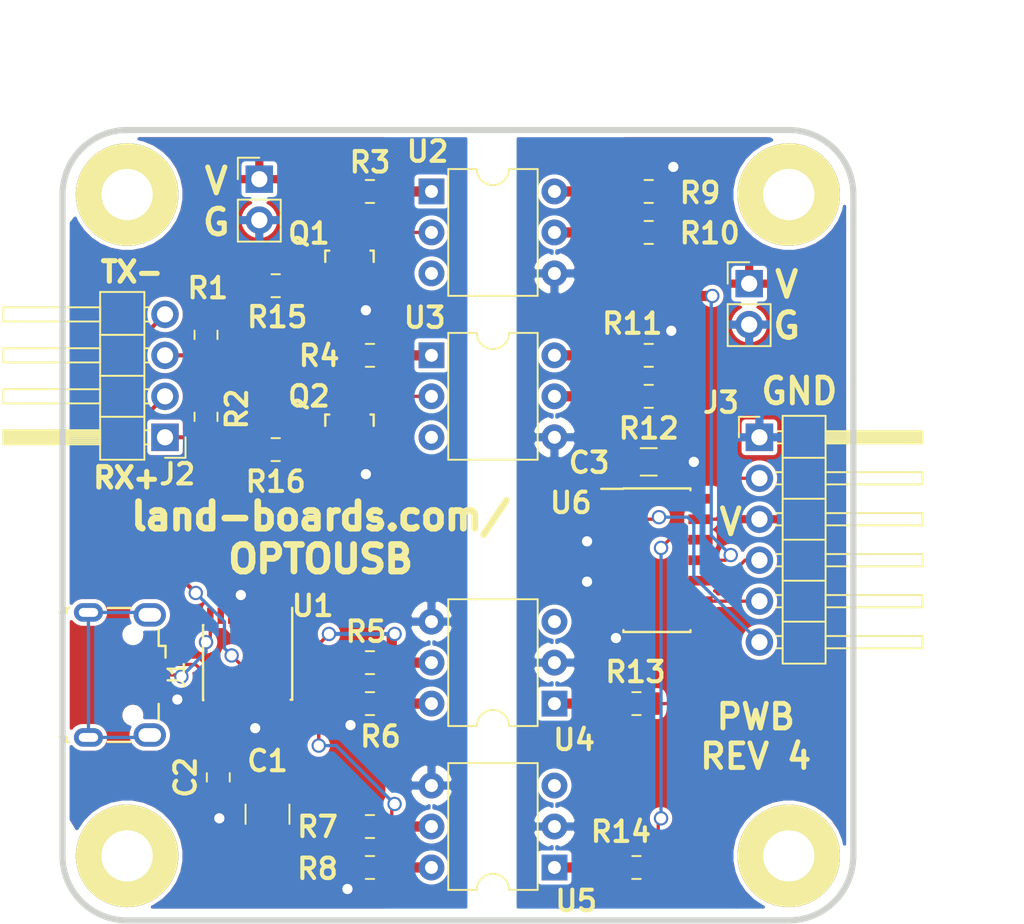
<source format=kicad_pcb>
(kicad_pcb (version 20171130) (host pcbnew "(5.1.5)-3")
  (layers (0 Front signal) (31 Back signal) (36 B.SilkS user) (37 F.SilkS user) (38 B.Mask user) (39 F.Mask user) (44 Edge.Cuts user))
  (net 0 "")
  (net 1 "Net-(R11-Pad2)")
  (net 2 /UVCC)
  (net 3 /UGND)
  (net 4 /+3.3V)
  (net 5 /DM)
  (net 6 /DP)
  (net 7 /PUP0)
  (net 8 /TXLED*)
  (net 9 /PUP1)
  (net 10 /RXLED*)
  (net 11 /UTX)
  (net 12 /URTS)
  (net 13 /LRX)
  (net 14 /URX)
  (net 15 /LTX)
  (net 16 "Net-(R8-Pad2)")
  (net 17 /LCTS)
  (net 18 /UCTS)
  (net 19 /LRTS)
  (net 20 GND)
  (net 21 /FCTS)
  (net 22 /FTX)
  (net 23 /FRX)
  (net 24 /FRTS)
  (net 25 VCC)
  (net 26 "Net-(R3-Pad2)")
  (net 27 "Net-(R4-Pad2)")
  (net 28 "Net-(R6-Pad2)")
  (net 29 "Net-(R9-Pad2)")
  (net 30 "Net-(R13-Pad1)")
  (net 31 "Net-(R14-Pad1)")
  (net 32 "Net-(Q1-Pad1)")
  (net 33 "Net-(Q1-Pad3)")
  (net 34 "Net-(Q2-Pad1)")
  (net 35 "Net-(Q2-Pad3)")
  (net 36 "Net-(J1-Pad6)")
  (module Connector_USB:USB_Micro-B_Wuerth_629105150521 (layer Front) (at 3.556 33.782 270)
    (fp_text reference J1 (at 0 -3.5 90) (layer F.SilkS))
    (fp_text value USB_B_Micro)
    (pad 1 smd rect (at -1.3 -1.9 270) (size 0.45 1.3) (layers Front F.Paste F.Mask) (net 2 /UVCC))
    (pad 2 smd rect (at -0.65 -1.9 270) (size 0.45 1.3) (layers Front F.Paste F.Mask) (net 5 /DM))
    (pad 3 smd rect (at 0 -1.9 270) (size 0.45 1.3) (layers Front F.Paste F.Mask) (net 6 /DP))
    (pad 4 smd rect (at 0.65 -1.9 270) (size 0.45 1.3) (layers Front F.Paste F.Mask))
    (pad 5 smd rect (at 1.3 -1.9 270) (size 0.45 1.3) (layers Front F.Paste F.Mask) (net 3 /UGND))
    (pad 6 thru_hole oval (at -3.725 -1.85 270) (size 1.45 2) (drill oval 0.85 1.4) (layers *.Cu *.Mask) (net 36 "Net-(J1-Pad6)"))
    (pad 6 thru_hole oval (at 3.725 -1.85 270) (size 1.45 2) (drill oval 0.85 1.4) (layers *.Cu *.Mask) (net 36 "Net-(J1-Pad6)"))
    (pad 6 thru_hole oval (at -3.875 1.95 270) (size 1.15 1.8) (drill oval 0.55 1.2) (layers *.Cu *.Mask) (net 36 "Net-(J1-Pad6)"))
    (pad 6 thru_hole oval (at 3.875 1.95 270) (size 1.15 1.8) (drill oval 0.55 1.2) (layers *.Cu *.Mask) (net 36 "Net-(J1-Pad6)"))
    (pad "" np_thru_hole oval (at -2.5 -0.8 270) (size 0.8 0.8) (drill 0.8) (layers *.Cu *.Mask))
    (pad "" np_thru_hole oval (at 2.5 -0.8 270) (size 0.8 0.8) (drill 0.8) (layers *.Cu *.Mask))
  )
  (module Capacitor_SMD:C_0805_2012Metric_Pad1.15x1.40mm_HandSolder (layer Front) (at 9.652 40.132 270)
    (fp_text reference C2 (at 0 2.032 90) (layer F.SilkS) (effects (font (size 1.27 1.27) (thickness 0.254))))
    (fp_text value 1uF)
    (pad 1 smd roundrect (at -1.025 0 270) (size 1.15 1.4) (layers Front F.Paste F.Mask) (roundrect_rratio 0.217391) (net 4 /+3.3V))
    (pad 2 smd roundrect (at 1.025 0 270) (size 1.15 1.4) (layers Front F.Paste F.Mask) (roundrect_rratio 0.217391) (net 3 /UGND))
  )
  (module Capacitor_SMD:C_1210_3225Metric_Pad1.42x2.65mm_HandSolder (layer Front) (at 12.7 42.418 90)
    (fp_text reference C1 (at 3.302 0 180) (layer F.SilkS) (effects (font (size 1.27 1.27) (thickness 0.254))))
    (fp_text value 10uF)
    (pad 1 smd roundrect (at -1.4875 0 90) (size 1.425 2.65) (layers Front F.Paste F.Mask) (roundrect_rratio 0.175439) (net 2 /UVCC))
    (pad 2 smd roundrect (at 1.4875 0 90) (size 1.425 2.65) (layers Front F.Paste F.Mask) (roundrect_rratio 0.175439) (net 3 /UGND))
  )
  (module LandBoards_MountHoles:MTG-4-40 (layer Front) (at 4 4)
    (fp_text reference MTG1 hide)
    (fp_text value CONN_1 hide)
    (pad 1 thru_hole circle (at 0 0) (size 6.35 6.35) (drill 3.175) (layers *.Cu *.Mask F.SilkS))
  )
  (module LandBoards_MountHoles:MTG-4-40 (layer Front) (at 4 45)
    (fp_text reference MTG2 hide)
    (fp_text value CONN_1 hide)
    (pad 1 thru_hole circle (at 0 0) (size 6.35 6.35) (drill 3.175) (layers *.Cu *.Mask F.SilkS))
  )
  (module LandBoards_MountHoles:MTG-4-40 (layer Front) (at 45 4)
    (fp_text reference MTG3 hide)
    (fp_text value CONN_1 hide)
    (pad 1 thru_hole circle (at 0 0) (size 6.35 6.35) (drill 3.175) (layers *.Cu *.Mask F.SilkS))
  )
  (module LandBoards_MountHoles:MTG-4-40 (layer Front) (at 45 45)
    (fp_text reference MTG4 hide)
    (fp_text value CONN_1 hide)
    (pad 1 thru_hole circle (at 0 0) (size 6.35 6.35) (drill 3.175) (layers *.Cu *.Mask F.SilkS))
  )
  (module Connector_PinHeader_2.54mm:PinHeader_1x06_P2.54mm_Horizontal (layer Front) (at 43.18 19.05)
    (fp_text reference J3 (at -2.38 -2.15) (layer F.SilkS) (effects (font (size 1.27 1.27) (thickness 0.254))))
    (fp_text value "HDR, Rt Ang, 1x6")
    (pad 1 thru_hole rect (at 0 0) (size 1.7 1.7) (drill 1) (layers *.Cu *.Mask) (net 20 GND))
    (pad 2 thru_hole oval (at 0 2.54) (size 1.7 1.7) (drill 1) (layers *.Cu *.Mask) (net 21 /FCTS))
    (pad 3 thru_hole oval (at 0 5.08) (size 1.7 1.7) (drill 1) (layers *.Cu *.Mask) (net 25 VCC))
    (pad 4 thru_hole oval (at 0 7.62) (size 1.7 1.7) (drill 1) (layers *.Cu *.Mask) (net 22 /FTX))
    (pad 5 thru_hole oval (at 0 10.16) (size 1.7 1.7) (drill 1) (layers *.Cu *.Mask) (net 23 /FRX))
    (pad 6 thru_hole oval (at 0 12.7) (size 1.7 1.7) (drill 1) (layers *.Cu *.Mask) (net 24 /FRTS))
  )
  (module Resistor_SMD:R_0805_2012Metric_Pad1.15x1.40mm_HandSolder (layer Front) (at 36.322 3.81 180)
    (fp_text reference R9 (at -3.178 -0.09 180) (layer F.SilkS) (effects (font (size 1.27 1.27) (thickness 0.254))))
    (fp_text value 15K_20K)
    (pad 2 smd roundrect (at 1.025 0 180) (size 1.15 1.4) (layers Front F.Paste F.Mask) (roundrect_rratio 0.217391) (net 29 "Net-(R9-Pad2)"))
    (pad 1 smd roundrect (at -1.025 0 180) (size 1.15 1.4) (layers Front F.Paste F.Mask) (roundrect_rratio 0.217391) (net 20 GND))
  )
  (module Resistor_SMD:R_0805_2012Metric_Pad1.15x1.40mm_HandSolder (layer Front) (at 13.208 9.652 180)
    (fp_text reference R15 (at -0.092 -1.948 180) (layer F.SilkS) (effects (font (size 1.27 1.27) (thickness 0.254))))
    (fp_text value 10K)
    (pad 1 smd roundrect (at -1.025 0 180) (size 1.15 1.4) (layers Front F.Paste F.Mask) (roundrect_rratio 0.217391) (net 32 "Net-(Q1-Pad1)"))
    (pad 2 smd roundrect (at 1.025 0 180) (size 1.15 1.4) (layers Front F.Paste F.Mask) (roundrect_rratio 0.217391) (net 11 /UTX))
  )
  (module Resistor_SMD:R_0805_2012Metric_Pad1.15x1.40mm_HandSolder (layer Front) (at 35.56 45.72)
    (fp_text reference R14 (at -0.96 -2.22) (layer F.SilkS) (effects (font (size 1.27 1.27) (thickness 0.254))))
    (fp_text value 82_150)
    (pad 2 smd roundrect (at 1.025 0) (size 1.15 1.4) (layers Front F.Paste F.Mask) (roundrect_rratio 0.217391) (net 17 /LCTS))
    (pad 1 smd roundrect (at -1.025 0) (size 1.15 1.4) (layers Front F.Paste F.Mask) (roundrect_rratio 0.217391) (net 31 "Net-(R14-Pad1)"))
  )
  (module Resistor_SMD:R_0805_2012Metric_Pad1.15x1.40mm_HandSolder (layer Front) (at 35.56 35.56)
    (fp_text reference R13 (at -0.06 -1.96) (layer F.SilkS) (effects (font (size 1.27 1.27) (thickness 0.254))))
    (fp_text value 82_150)
    (pad 1 smd roundrect (at -1.025 0) (size 1.15 1.4) (layers Front F.Paste F.Mask) (roundrect_rratio 0.217391) (net 30 "Net-(R13-Pad1)"))
    (pad 2 smd roundrect (at 1.025 0) (size 1.15 1.4) (layers Front F.Paste F.Mask) (roundrect_rratio 0.217391) (net 13 /LRX))
  )
  (module Resistor_SMD:R_0805_2012Metric_Pad1.15x1.40mm_HandSolder (layer Front) (at 36.322 16.51 180)
    (fp_text reference R12 (at 0 -1.99 180) (layer F.SilkS) (effects (font (size 1.27 1.27) (thickness 0.254))))
    (fp_text value 820_1.2K)
    (pad 2 smd roundrect (at 1.025 0 180) (size 1.15 1.4) (layers Front F.Paste F.Mask) (roundrect_rratio 0.217391) (net 19 /LRTS))
    (pad 1 smd roundrect (at -1.025 0 180) (size 1.15 1.4) (layers Front F.Paste F.Mask) (roundrect_rratio 0.217391) (net 25 VCC))
  )
  (module Resistor_SMD:R_0805_2012Metric_Pad1.15x1.40mm_HandSolder (layer Front) (at 36.322 13.97 180)
    (fp_text reference R11 (at 1.022 1.97 180) (layer F.SilkS) (effects (font (size 1.27 1.27) (thickness 0.254))))
    (fp_text value 15k_20K)
    (pad 1 smd roundrect (at -1.025 0 180) (size 1.15 1.4) (layers Front F.Paste F.Mask) (roundrect_rratio 0.217391) (net 20 GND))
    (pad 2 smd roundrect (at 1.025 0 180) (size 1.15 1.4) (layers Front F.Paste F.Mask) (roundrect_rratio 0.217391) (net 1 "Net-(R11-Pad2)"))
  )
  (module Resistor_SMD:R_0805_2012Metric_Pad1.15x1.40mm_HandSolder (layer Front) (at 8.89 12.7 270)
    (fp_text reference R1 (at -2.9 -0.11) (layer F.SilkS) (effects (font (size 1.27 1.27) (thickness 0.254))))
    (fp_text value 270)
    (pad 2 smd roundrect (at 1.025 0 270) (size 1.15 1.4) (layers Front F.Paste F.Mask) (roundrect_rratio 0.217391) (net 9 /PUP1))
    (pad 1 smd roundrect (at -1.025 0 270) (size 1.15 1.4) (layers Front F.Paste F.Mask) (roundrect_rratio 0.217391) (net 2 /UVCC))
  )
  (module Resistor_SMD:R_0805_2012Metric_Pad1.15x1.40mm_HandSolder (layer Front) (at 8.89 17.78 270)
    (fp_text reference R2 (at -0.48 -1.91 270) (layer F.SilkS) (effects (font (size 1.27 1.27) (thickness 0.254))))
    (fp_text value 270)
    (pad 1 smd roundrect (at -1.025 0 270) (size 1.15 1.4) (layers Front F.Paste F.Mask) (roundrect_rratio 0.217391) (net 2 /UVCC))
    (pad 2 smd roundrect (at 1.025 0 270) (size 1.15 1.4) (layers Front F.Paste F.Mask) (roundrect_rratio 0.217391) (net 7 /PUP0))
  )
  (module Resistor_SMD:R_0805_2012Metric_Pad1.15x1.40mm_HandSolder (layer Front) (at 19.05 3.81)
    (fp_text reference R3 (at 0 -1.81) (layer F.SilkS) (effects (font (size 1.27 1.27) (thickness 0.254))))
    (fp_text value 150)
    (pad 2 smd roundrect (at 1.025 0) (size 1.15 1.4) (layers Front F.Paste F.Mask) (roundrect_rratio 0.217391) (net 26 "Net-(R3-Pad2)"))
    (pad 1 smd roundrect (at -1.025 0) (size 1.15 1.4) (layers Front F.Paste F.Mask) (roundrect_rratio 0.217391) (net 2 /UVCC))
  )
  (module Resistor_SMD:R_0805_2012Metric_Pad1.15x1.40mm_HandSolder (layer Front) (at 19.05 13.97)
    (fp_text reference R4 (at -3.15 0.03) (layer F.SilkS) (effects (font (size 1.27 1.27) (thickness 0.254))))
    (fp_text value 150)
    (pad 1 smd roundrect (at -1.025 0) (size 1.15 1.4) (layers Front F.Paste F.Mask) (roundrect_rratio 0.217391) (net 2 /UVCC))
    (pad 2 smd roundrect (at 1.025 0) (size 1.15 1.4) (layers Front F.Paste F.Mask) (roundrect_rratio 0.217391) (net 27 "Net-(R4-Pad2)"))
  )
  (module Resistor_SMD:R_0805_2012Metric_Pad1.15x1.40mm_HandSolder (layer Front) (at 19.05 33.02)
    (fp_text reference R5 (at -0.25 -1.92) (layer F.SilkS) (effects (font (size 1.27 1.27) (thickness 0.254))))
    (fp_text value 1.2K)
    (pad 2 smd roundrect (at 1.025 0) (size 1.15 1.4) (layers Front F.Paste F.Mask) (roundrect_rratio 0.217391) (net 14 /URX))
    (pad 1 smd roundrect (at -1.025 0) (size 1.15 1.4) (layers Front F.Paste F.Mask) (roundrect_rratio 0.217391) (net 2 /UVCC))
  )
  (module Resistor_SMD:R_0805_2012Metric_Pad1.15x1.40mm_HandSolder (layer Front) (at 19.05 35.56)
    (fp_text reference R6 (at 0.65 2.04) (layer F.SilkS) (effects (font (size 1.27 1.27) (thickness 0.254))))
    (fp_text value 18K_20K)
    (pad 1 smd roundrect (at -1.025 0) (size 1.15 1.4) (layers Front F.Paste F.Mask) (roundrect_rratio 0.217391) (net 3 /UGND))
    (pad 2 smd roundrect (at 1.025 0) (size 1.15 1.4) (layers Front F.Paste F.Mask) (roundrect_rratio 0.217391) (net 28 "Net-(R6-Pad2)"))
  )
  (module Resistor_SMD:R_0805_2012Metric_Pad1.15x1.40mm_HandSolder (layer Front) (at 19.05 43.18)
    (fp_text reference R7 (at -3.25 0.02) (layer F.SilkS) (effects (font (size 1.27 1.27) (thickness 0.254))))
    (fp_text value 1.2K)
    (pad 2 smd roundrect (at 1.025 0) (size 1.15 1.4) (layers Front F.Paste F.Mask) (roundrect_rratio 0.217391) (net 18 /UCTS))
    (pad 1 smd roundrect (at -1.025 0) (size 1.15 1.4) (layers Front F.Paste F.Mask) (roundrect_rratio 0.217391) (net 2 /UVCC))
  )
  (module Resistor_SMD:R_0805_2012Metric_Pad1.15x1.40mm_HandSolder (layer Front) (at 19.05 45.72)
    (fp_text reference R8 (at -3.25 0.08) (layer F.SilkS) (effects (font (size 1.27 1.27) (thickness 0.254))))
    (fp_text value 18K_20K)
    (pad 1 smd roundrect (at -1.025 0) (size 1.15 1.4) (layers Front F.Paste F.Mask) (roundrect_rratio 0.217391) (net 3 /UGND))
    (pad 2 smd roundrect (at 1.025 0) (size 1.15 1.4) (layers Front F.Paste F.Mask) (roundrect_rratio 0.217391) (net 16 "Net-(R8-Pad2)"))
  )
  (module Resistor_SMD:R_0805_2012Metric_Pad1.15x1.40mm_HandSolder (layer Front) (at 36.322 6.35 180)
    (fp_text reference R10 (at -3.778 -0.05 180) (layer F.SilkS) (effects (font (size 1.27 1.27) (thickness 0.254))))
    (fp_text value 820_1.2K)
    (pad 2 smd roundrect (at 1.025 0 180) (size 1.15 1.4) (layers Front F.Paste F.Mask) (roundrect_rratio 0.217391) (net 15 /LTX))
    (pad 1 smd roundrect (at -1.025 0 180) (size 1.15 1.4) (layers Front F.Paste F.Mask) (roundrect_rratio 0.217391) (net 25 VCC))
  )
  (module Resistor_SMD:R_0805_2012Metric_Pad1.15x1.40mm_HandSolder (layer Front) (at 13.208 19.812 180)
    (fp_text reference R16 (at 0 -1.988 180) (layer F.SilkS) (effects (font (size 1.27 1.27) (thickness 0.254))))
    (fp_text value 10K)
    (pad 1 smd roundrect (at -1.025 0 180) (size 1.15 1.4) (layers Front F.Paste F.Mask) (roundrect_rratio 0.217391) (net 34 "Net-(Q2-Pad1)"))
    (pad 2 smd roundrect (at 1.025 0 180) (size 1.15 1.4) (layers Front F.Paste F.Mask) (roundrect_rratio 0.217391) (net 12 /URTS))
  )
  (module Housings_SOIC:SOIC-14_3.9x8.7mm_Pitch1.27mm (layer Front) (at 36.83 26.67)
    (fp_text reference U6 (at -5.334 -3.556) (layer F.SilkS) (effects (font (size 1.27 1.27) (thickness 0.254))))
    (fp_text value 74AC14 hide)
    (pad 1 smd rect (at -2.7 -3.81) (size 1.5 0.6) (layers Front F.Mask) (net 19 /LRTS))
    (pad 2 smd rect (at -2.7 -2.54) (size 1.5 0.6) (layers Front F.Mask) (net 24 /FRTS))
    (pad 3 smd rect (at -2.7 -1.27) (size 1.5 0.6) (layers Front F.Mask) (net 20 GND))
    (pad 4 smd rect (at -2.7 0) (size 1.5 0.6) (layers Front F.Mask))
    (pad 5 smd rect (at -2.7 1.27) (size 1.5 0.6) (layers Front F.Mask) (net 20 GND))
    (pad 6 smd rect (at -2.7 2.54) (size 1.5 0.6) (layers Front F.Mask))
    (pad 7 smd rect (at -2.7 3.81) (size 1.5 0.6) (layers Front F.Mask) (net 20 GND))
    (pad 8 smd rect (at 2.7 3.81) (size 1.5 0.6) (layers Front F.Mask) (net 13 /LRX))
    (pad 9 smd rect (at 2.7 2.54) (size 1.5 0.6) (layers Front F.Mask) (net 23 /FRX))
    (pad 10 smd rect (at 2.7 1.27) (size 1.5 0.6) (layers Front F.Mask) (net 22 /FTX))
    (pad 11 smd rect (at 2.7 0) (size 1.5 0.6) (layers Front F.Mask) (net 15 /LTX))
    (pad 12 smd rect (at 2.7 -1.27) (size 1.5 0.6) (layers Front F.Mask) (net 17 /LCTS))
    (pad 13 smd rect (at 2.7 -2.54) (size 1.5 0.6) (layers Front F.Mask) (net 21 /FCTS))
    (pad 14 smd rect (at 2.7 -3.81) (size 1.5 0.6) (layers Front F.Mask) (net 25 VCC))
  )
  (module Pin_Headers:Pin_Header_Angled_1x04_Pitch2.54mm (layer Front) (at 6.35 19.05 180)
    (fp_text reference J2 (at -0.762 -2.286 180) (layer F.SilkS) (effects (font (size 1.27 1.27) (thickness 0.254))))
    (fp_text value "HDR, Rt Ang, 1x4" hide)
    (pad 1 thru_hole rect (at 0 0 180) (size 1.7 1.7) (drill 1) (layers *.Cu *.Mask) (net 7 /PUP0))
    (pad 2 thru_hole oval (at 0 2.54 180) (size 1.7 1.7) (drill 1) (layers *.Cu *.Mask) (net 8 /TXLED*))
    (pad 3 thru_hole oval (at 0 5.08 180) (size 1.7 1.7) (drill 1) (layers *.Cu *.Mask) (net 9 /PUP1))
    (pad 4 thru_hole oval (at 0 7.62 180) (size 1.7 1.7) (drill 1) (layers *.Cu *.Mask) (net 10 /RXLED*))
  )
  (module Housings_SSOP:SSOP-16_4.4x5.2mm_Pitch0.65mm (layer Front) (at 11.43 33.02 270)
    (fp_text reference U1 (at -3.52 -4.07) (layer F.SilkS) (effects (font (size 1.27 1.27) (thickness 0.254))))
    (fp_text value FT230XS hide)
    (pad 1 smd rect (at -2.9 -2.275 270) (size 1 0.4) (layers Front F.Mask) (net 11 /UTX))
    (pad 2 smd rect (at -2.9 -1.625 270) (size 1 0.4) (layers Front F.Mask) (net 12 /URTS))
    (pad 3 smd rect (at -2.9 -0.975 270) (size 1 0.4) (layers Front F.Mask) (net 2 /UVCC))
    (pad 4 smd rect (at -2.9 -0.325 270) (size 1 0.4) (layers Front F.Mask) (net 14 /URX))
    (pad 5 smd rect (at -2.9 0.325 270) (size 1 0.4) (layers Front F.Mask) (net 3 /UGND))
    (pad 6 smd rect (at -2.9 0.975 270) (size 1 0.4) (layers Front F.Mask) (net 18 /UCTS))
    (pad 7 smd rect (at -2.9 1.625 270) (size 1 0.4) (layers Front F.Mask) (net 8 /TXLED*))
    (pad 8 smd rect (at -2.9 2.275 270) (size 1 0.4) (layers Front F.Mask) (net 6 /DP))
    (pad 9 smd rect (at 2.9 2.275 270) (size 1 0.4) (layers Front F.Mask) (net 5 /DM))
    (pad 10 smd rect (at 2.9 1.625 270) (size 1 0.4) (layers Front F.Mask) (net 4 /+3.3V))
    (pad 11 smd rect (at 2.9 0.975 270) (size 1 0.4) (layers Front F.Mask))
    (pad 12 smd rect (at 2.9 0.325 270) (size 1 0.4) (layers Front F.Mask) (net 2 /UVCC))
    (pad 13 smd rect (at 2.9 -0.325 270) (size 1 0.4) (layers Front F.Mask) (net 3 /UGND))
    (pad 14 smd rect (at 2.9 -0.975 270) (size 1 0.4) (layers Front F.Mask) (net 10 /RXLED*))
    (pad 15 smd rect (at 2.9 -1.625 270) (size 1 0.4) (layers Front F.Mask))
    (pad 16 smd rect (at 2.9 -2.275 270) (size 1 0.4) (layers Front F.Mask))
  )
  (module Housings_DIP:DIP-6_W7.62mm (layer Front) (at 30.48 35.56 180)
    (fp_text reference U4 (at -1.2192 -2.2479 180) (layer F.SilkS) (effects (font (size 1.27 1.27) (thickness 0.254))))
    (fp_text value 4N25M hide)
    (pad 1 thru_hole rect (at 0 0 180) (size 1.6 1.6) (drill 0.8) (layers *.Cu *.Mask) (net 30 "Net-(R13-Pad1)"))
    (pad 4 thru_hole oval (at 7.62 5.08 180) (size 1.6 1.6) (drill 0.8) (layers *.Cu *.Mask) (net 3 /UGND))
    (pad 2 thru_hole oval (at 0 2.54 180) (size 1.6 1.6) (drill 0.8) (layers *.Cu *.Mask) (net 20 GND))
    (pad 5 thru_hole oval (at 7.62 2.54 180) (size 1.6 1.6) (drill 0.8) (layers *.Cu *.Mask) (net 14 /URX))
    (pad 3 thru_hole oval (at 0 5.08 180) (size 1.6 1.6) (drill 0.8) (layers *.Cu *.Mask))
    (pad 6 thru_hole oval (at 7.62 0 180) (size 1.6 1.6) (drill 0.8) (layers *.Cu *.Mask) (net 28 "Net-(R6-Pad2)"))
  )
  (module Housings_DIP:DIP-6_W7.62mm (layer Front) (at 22.86 3.81)
    (fp_text reference U2 (at -0.2413 -2.4765) (layer F.SilkS) (effects (font (size 1.27 1.27) (thickness 0.254))))
    (fp_text value 4N25M hide)
    (pad 1 thru_hole rect (at 0 0) (size 1.6 1.6) (drill 0.8) (layers *.Cu *.Mask) (net 26 "Net-(R3-Pad2)"))
    (pad 4 thru_hole oval (at 7.62 5.08) (size 1.6 1.6) (drill 0.8) (layers *.Cu *.Mask) (net 20 GND))
    (pad 2 thru_hole oval (at 0 2.54) (size 1.6 1.6) (drill 0.8) (layers *.Cu *.Mask) (net 33 "Net-(Q1-Pad3)"))
    (pad 5 thru_hole oval (at 7.62 2.54) (size 1.6 1.6) (drill 0.8) (layers *.Cu *.Mask) (net 15 /LTX))
    (pad 3 thru_hole oval (at 0 5.08) (size 1.6 1.6) (drill 0.8) (layers *.Cu *.Mask))
    (pad 6 thru_hole oval (at 7.62 0) (size 1.6 1.6) (drill 0.8) (layers *.Cu *.Mask) (net 29 "Net-(R9-Pad2)"))
  )
  (module Housings_DIP:DIP-6_W7.62mm (layer Front) (at 30.48 45.72 180)
    (fp_text reference U5 (at -1.3462 -2.0701 180) (layer F.SilkS) (effects (font (size 1.27 1.27) (thickness 0.254))))
    (fp_text value 4N25M hide)
    (pad 1 thru_hole rect (at 0 0 180) (size 1.6 1.6) (drill 0.8) (layers *.Cu *.Mask) (net 31 "Net-(R14-Pad1)"))
    (pad 4 thru_hole oval (at 7.62 5.08 180) (size 1.6 1.6) (drill 0.8) (layers *.Cu *.Mask) (net 3 /UGND))
    (pad 2 thru_hole oval (at 0 2.54 180) (size 1.6 1.6) (drill 0.8) (layers *.Cu *.Mask) (net 20 GND))
    (pad 5 thru_hole oval (at 7.62 2.54 180) (size 1.6 1.6) (drill 0.8) (layers *.Cu *.Mask) (net 18 /UCTS))
    (pad 3 thru_hole oval (at 0 5.08 180) (size 1.6 1.6) (drill 0.8) (layers *.Cu *.Mask))
    (pad 6 thru_hole oval (at 7.62 0 180) (size 1.6 1.6) (drill 0.8) (layers *.Cu *.Mask) (net 16 "Net-(R8-Pad2)"))
  )
  (module Housings_DIP:DIP-6_W7.62mm (layer Front) (at 22.86 13.97)
    (fp_text reference U3 (at -0.4191 -2.3368) (layer F.SilkS) (effects (font (size 1.27 1.27) (thickness 0.254))))
    (fp_text value 4N25M hide)
    (pad 1 thru_hole rect (at 0 0) (size 1.6 1.6) (drill 0.8) (layers *.Cu *.Mask) (net 27 "Net-(R4-Pad2)"))
    (pad 4 thru_hole oval (at 7.62 5.08) (size 1.6 1.6) (drill 0.8) (layers *.Cu *.Mask) (net 20 GND))
    (pad 2 thru_hole oval (at 0 2.54) (size 1.6 1.6) (drill 0.8) (layers *.Cu *.Mask) (net 35 "Net-(Q2-Pad3)"))
    (pad 5 thru_hole oval (at 7.62 2.54) (size 1.6 1.6) (drill 0.8) (layers *.Cu *.Mask) (net 19 /LRTS))
    (pad 3 thru_hole oval (at 0 5.08) (size 1.6 1.6) (drill 0.8) (layers *.Cu *.Mask))
    (pad 6 thru_hole oval (at 7.62 0) (size 1.6 1.6) (drill 0.8) (layers *.Cu *.Mask) (net 1 "Net-(R11-Pad2)"))
  )
  (module TO_SOT_Packages_SMD:SOT-23_Handsoldering (layer Front) (at 17.78 18.288)
    (fp_text reference Q2 (at -2.5146 -1.778 180) (layer F.SilkS) (effects (font (size 1.27 1.27) (thickness 0.254))))
    (fp_text value 2N3904 hide)
    (pad 1 smd rect (at -0.95 1.50114) (size 0.8001 1.80086) (layers Front F.Mask) (net 34 "Net-(Q2-Pad1)"))
    (pad 2 smd rect (at 0.95 1.50114) (size 0.8001 1.80086) (layers Front F.Mask) (net 3 /UGND))
    (pad 3 smd rect (at 0 -1.50114) (size 0.8001 1.80086) (layers Front F.Mask) (net 35 "Net-(Q2-Pad3)"))
  )
  (module TO_SOT_Packages_SMD:SOT-23_Handsoldering (layer Front) (at 17.78 8.128)
    (fp_text reference Q1 (at -2.5146 -1.7145 180) (layer F.SilkS) (effects (font (size 1.27 1.27) (thickness 0.254))))
    (fp_text value 2N3904 hide)
    (pad 1 smd rect (at -0.95 1.50114) (size 0.8001 1.80086) (layers Front F.Mask) (net 32 "Net-(Q1-Pad1)"))
    (pad 2 smd rect (at 0.95 1.50114) (size 0.8001 1.80086) (layers Front F.Mask) (net 3 /UGND))
    (pad 3 smd rect (at 0 -1.50114) (size 0.8001 1.80086) (layers Front F.Mask) (net 33 "Net-(Q1-Pad3)"))
  )
  (module Capacitors_SMD:C_0805_HandSoldering (layer Front) (at 36.322 20.574)
    (fp_text reference C3 (at -3.6957 0.0508) (layer F.SilkS) (effects (font (size 1.27 1.27) (thickness 0.254))))
    (fp_text value 0.1uF hide)
    (pad 1 smd rect (at -1.25 0) (size 1.5 1.25) (layers Front F.Mask) (net 25 VCC))
    (pad 2 smd rect (at 1.25 0) (size 1.5 1.25) (layers Front F.Mask) (net 20 GND))
  )
  (module Pin_Headers:Pin_Header_Straight_1x02_Pitch2.54mm (layer Front) (at 12.192 3.048)
    (fp_text reference H1 hide)
    (fp_text value "HDR, Strt, 1x2" hide)
    (pad 1 thru_hole rect (at 0 0) (size 1.7 1.7) (drill 1) (layers *.Cu *.Mask) (net 2 /UVCC))
    (pad 2 thru_hole oval (at 0 2.54) (size 1.7 1.7) (drill 1) (layers *.Cu *.Mask) (net 3 /UGND))
  )
  (module Pin_Headers:Pin_Header_Straight_1x02_Pitch2.54mm (layer Front) (at 42.545 9.525)
    (fp_text reference H2 hide)
    (fp_text value "HDR, Strt, 1x2" hide)
    (pad 1 thru_hole rect (at 0 0) (size 1.7 1.7) (drill 1) (layers *.Cu *.Mask) (net 25 VCC))
    (pad 2 thru_hole oval (at 0 2.54) (size 1.7 1.7) (drill 1) (layers *.Cu *.Mask) (net 20 GND))
  )
  (gr_text "V\nG" (at 44.8691 10.8585) (layer F.SilkS) (effects (font (size 1.5875 1.5875) (thickness 0.3175))))
  (gr_text "V\nG" (at 9.525 4.445) (layer F.SilkS) (effects (font (size 1.5875 1.5875) (thickness 0.3175))))
  (gr_text V (at 41.4 24.3) (layer F.SilkS) (effects (font (size 1.6002 1.524) (thickness 0.3048))))
  (gr_text RX+ (at 3.9751 21.5646) (layer F.SilkS) (effects (font (size 1.27 1.27) (thickness 0.3175))))
  (gr_text TX- (at 4.2926 8.8011) (layer F.SilkS) (effects (font (size 1.27 1.27) (thickness 0.3175))))
  (gr_text GND (at 45.6565 16.1925) (layer F.SilkS) (effects (font (size 1.6002 1.524) (thickness 0.3048))))
  (gr_text "land-boards.com/\nOPTOUSB" (at 15.9893 25.273) (layer F.SilkS) (effects (font (size 1.651 1.651) (thickness 0.41275))))
  (gr_text "PWB\nREV 4" (at 42.9514 37.6047) (layer F.SilkS) (effects (font (size 1.524 1.524) (thickness 0.3048))))
  (gr_line (start 49 45) (end 49 4) (angle 90) (layer Edge.Cuts) (width 0.381))
  (gr_line (start 4 49) (end 45 49) (angle 90) (layer Edge.Cuts) (width 0.381))
  (gr_line (start 0 4) (end 0 45) (angle 90) (layer Edge.Cuts) (width 0.381))
  (gr_line (start 45 0) (end 4 0) (angle 90) (layer Edge.Cuts) (width 0.381))
  (gr_arc (start 4 45) (end 4 49) (angle 90) (layer Edge.Cuts) (width 0.381))
  (gr_arc (start 45 45) (end 49 45) (angle 90) (layer Edge.Cuts) (width 0.381))
  (gr_arc (start 45 4) (end 45 0) (angle 90) (layer Edge.Cuts) (width 0.381))
  (gr_arc (start 4 4) (end 0 4) (angle 90) (layer Edge.Cuts) (width 0.381))
  (segment (start 30.48 13.97) (end 34.972 13.97) (width 0.635) (layer Front) (net 1))
  (segment (start 17.634 3.876) (end 17.7 3.81) (width 0.2032) (layer Front) (net 2))
  (segment (start 17.634 14.036) (end 17.7 13.97) (width 0.2032) (layer Front) (net 2))
  (segment (start 18.73 19.78914) (end 18.73 21.27) (width 0.2032) (layer Front) (net 3))
  (via (at 18.796 21.336) (size 0.889) (drill 0.635) (layers Front Back) (net 3))
  (segment (start 18.73 21.27) (end 18.796 21.336) (width 0.2032) (layer Front) (net 3))
  (segment (start 18.73 9.62914) (end 18.73 11.11) (width 0.2032) (layer Front) (net 3))
  (via (at 18.796 11.176) (size 0.889) (drill 0.635) (layers Front Back) (net 3))
  (segment (start 18.73 11.11) (end 18.796 11.176) (width 0.2032) (layer Front) (net 3))
  (segment (start 17.7 35.56) (end 17.7 36.75) (width 0.2032) (layer Front) (net 3))
  (via (at 17.8435 36.8935) (size 0.889) (layers Front Back) (net 3))
  (segment (start 17.7 36.75) (end 17.8435 36.8935) (width 0.2032) (layer Front) (net 3))
  (segment (start 9.632 41.402) (end 9.632 42.5885) (width 0.2032) (layer Front) (net 3))
  (via (at 9.7155 42.672) (size 0.889) (layers Front Back) (net 3))
  (segment (start 9.632 42.5885) (end 9.7155 42.672) (width 0.2032) (layer Front) (net 3))
  (segment (start 17.7 45.72) (end 17.7 47.0065) (width 0.2032) (layer Front) (net 3))
  (via (at 17.653 47.0535) (size 0.889) (layers Front Back) (net 3))
  (segment (start 17.7 47.0065) (end 17.653 47.0535) (width 0.2032) (layer Front) (net 3))
  (via (at 11.049 28.829) (size 0.889) (layers Front Back) (net 3))
  (segment (start 11.755 36.901) (end 11.938 37.084) (width 0.2032) (layer Front) (net 3))
  (via (at 11.938 37.084) (size 0.889) (layers Front Back) (net 3))
  (segment (start 11.755 35.92) (end 11.755 36.901) (width 0.2032) (layer Front) (net 3))
  (segment (start 11.105 28.885) (end 11.049 28.829) (width 0.2032) (layer Front) (net 3))
  (segment (start 11.105 30.12) (end 11.105 28.885) (width 0.2032) (layer Front) (net 3))
  (via (at 7.112 35.306) (size 0.889) (drill 0.635) (layers Front Back) (net 3))
  (segment (start 5.456 35.082) (end 6.888 35.082) (width 0.2032) (layer Front) (net 3))
  (segment (start 6.888 35.082) (end 7.112 35.306) (width 0.2032) (layer Front) (net 3))
  (segment (start 12.4735 41.157) (end 12.7 40.9305) (width 0.2032) (layer Front) (net 3))
  (segment (start 9.652 41.157) (end 12.4735 41.157) (width 0.2032) (layer Front) (net 3))
  (segment (start 9.805 35.92) (end 9.805 38.9515) (width 0.2032) (layer Front) (net 4))
  (segment (start 9.805 38.9515) (end 10.2235 39.37) (width 0.2032) (layer Front) (net 4))
  (segment (start 9.155 35.2168) (end 9.144 35.2058) (width 0.2032) (layer Front) (net 5))
  (segment (start 9.155 35.92) (end 9.155 35.2168) (width 0.2032) (layer Front) (net 5))
  (segment (start 9.144 35.2058) (end 9.144 34.036) (width 0.2032) (layer Front) (net 5))
  (segment (start 8.24 33.132) (end 5.456 33.132) (width 0.2032) (layer Front) (net 5))
  (segment (start 9.144 34.036) (end 8.24 33.132) (width 0.2032) (layer Front) (net 5))
  (segment (start 9.155 31.485) (end 9.155 30.12) (width 0.2032) (layer Front) (net 6))
  (segment (start 8.89 31.75) (end 9.155 31.485) (width 0.2032) (layer Front) (net 6))
  (via (at 8.89 31.75) (size 0.889) (layers Front Back) (net 6))
  (via (at 7.366 33.8813) (size 0.889) (drill 0.635) (layers Front Back) (net 6))
  (segment (start 5.456 33.782) (end 7.2667 33.782) (width 0.2032) (layer Front) (net 6))
  (segment (start 7.2667 33.782) (end 7.366 33.8813) (width 0.2032) (layer Front) (net 6))
  (segment (start 8.89 32.3573) (end 8.89 31.75) (width 0.2032) (layer Back) (net 6))
  (segment (start 7.366 33.8813) (end 8.89 32.3573) (width 0.2032) (layer Back) (net 6))
  (segment (start 8.81 19.05) (end 8.89 19.13) (width 0.2032) (layer Front) (net 7))
  (segment (start 6.35 19.05) (end 8.81 19.05) (width 0.254) (layer Front) (net 7))
  (segment (start 8.81 19.05) (end 8.89 19.13) (width 0.254) (layer Front) (net 7))
  (segment (start 3.7465 19.1135) (end 6.35 16.51) (width 0.2032) (layer Front) (net 8))
  (segment (start 9.805 30.12) (end 9.805 28.601) (width 0.2032) (layer Front) (net 8))
  (segment (start 9.805 28.601) (end 9.652 28.448) (width 0.2032) (layer Front) (net 8))
  (segment (start 3.7465 22.5425) (end 3.7465 19.1135) (width 0.254) (layer Front) (net 8))
  (segment (start 9.652 28.448) (end 3.7465 22.5425) (width 0.254) (layer Front) (net 8))
  (segment (start 3.7465 19.1135) (end 6.35 16.51) (width 0.254) (layer Front) (net 8))
  (segment (start 8.81 13.97) (end 8.89 14.05) (width 0.2032) (layer Front) (net 9))
  (segment (start 6.35 13.97) (end 8.81 13.97) (width 0.254) (layer Front) (net 9))
  (segment (start 8.81 13.97) (end 8.89 14.05) (width 0.254) (layer Front) (net 9))
  (segment (start 6.35 11.43) (end 2.6035 15.1765) (width 0.254) (layer Front) (net 10))
  (segment (start 2.6035 15.1765) (end 2.6035 23.0505) (width 0.254) (layer Front) (net 10))
  (segment (start 12.405 34.503) (end 12.405 35.92) (width 0.2032) (layer Front) (net 10))
  (segment (start 2.6035 23.0505) (end 8.255 28.702) (width 0.254) (layer Front) (net 10))
  (segment (start 10.4775 32.5755) (end 12.405 34.503) (width 0.2032) (layer Front) (net 10))
  (via (at 8.255 28.702) (size 0.889) (layers Front Back) (net 10))
  (via (at 10.4775 32.5755) (size 0.889) (layers Front Back) (net 10))
  (segment (start 8.699499 29.146499) (end 8.255 28.702) (width 0.2032) (layer Back) (net 10))
  (segment (start 10.033001 30.480001) (end 8.699499 29.146499) (width 0.2032) (layer Back) (net 10))
  (segment (start 10.033001 32.131001) (end 10.033001 30.480001) (width 0.2032) (layer Back) (net 10))
  (segment (start 10.4775 32.5755) (end 10.033001 32.131001) (width 0.2032) (layer Back) (net 10))
  (segment (start 13.705 30.12) (end 13.705 25.897) (width 0.2032) (layer Front) (net 11))
  (segment (start 11.858 12.874) (end 11.858 9.652) (width 0.2032) (layer Front) (net 11))
  (segment (start 13.208 14.224) (end 11.858 12.874) (width 0.2032) (layer Front) (net 11))
  (segment (start 13.208 25.4) (end 13.208 14.224) (width 0.2032) (layer Front) (net 11))
  (segment (start 13.705 25.897) (end 13.208 25.4) (width 0.2032) (layer Front) (net 11))
  (segment (start 13.055 30.12) (end 13.055 26.263) (width 0.2032) (layer Front) (net 12))
  (segment (start 11.858 25.066) (end 11.858 19.812) (width 0.2032) (layer Front) (net 12))
  (segment (start 13.055 26.263) (end 11.858 25.066) (width 0.2032) (layer Front) (net 12))
  (segment (start 39.53 30.48) (end 39.53 34.47) (width 0.2032) (layer Front) (net 13))
  (segment (start 38.44 35.56) (end 36.91 35.56) (width 0.2032) (layer Front) (net 13))
  (segment (start 39.53 34.47) (end 38.44 35.56) (width 0.2032) (layer Front) (net 13))
  (segment (start 11.755 30.12) (end 11.755 31.50026) (width 0.2032) (layer Front) (net 14))
  (segment (start 12.76674 32.512) (end 15.24 32.512) (width 0.2032) (layer Front) (net 14))
  (segment (start 11.755 31.50026) (end 12.76674 32.512) (width 0.2032) (layer Front) (net 14))
  (segment (start 15.24 32.512) (end 16.51 31.242) (width 0.2032) (layer Front) (net 14))
  (segment (start 20.4 33.02) (end 20.4 31.416) (width 0.635) (layer Front) (net 14))
  (segment (start 20.4 31.416) (end 20.574 31.242) (width 0.635) (layer Front) (net 14))
  (segment (start 22.86 33.02) (end 20.4 33.02) (width 0.635) (layer Front) (net 14))
  (segment (start 20.5105 32.9095) (end 20.4 33.02) (width 0.2032) (layer Front) (net 14))
  (via (at 16.51 31.242) (size 0.889) (drill 0.635) (layers Front Back) (net 14))
  (via (at 20.574 31.242) (size 0.889) (drill 0.635) (layers Front Back) (net 14))
  (segment (start 16.51 31.242) (end 20.574 31.242) (width 0.254) (layer Back) (net 14))
  (segment (start 15.24 32.512) (end 16.51 31.242) (width 0.2032) (layer Front) (net 14))
  (segment (start 20.4 31.416) (end 20.574 31.242) (width 0.254) (layer Front) (net 14))
  (segment (start 20.4 31.416) (end 20.574 31.242) (width 0.2032) (layer Front) (net 14))
  (segment (start 40.259 10.287) (end 36.83 10.287) (width 0.635) (layer Front) (net 15))
  (segment (start 36.83 10.287) (end 34.972 8.429) (width 0.635) (layer Front) (net 15))
  (segment (start 34.972 8.429) (end 34.972 6.35) (width 0.635) (layer Front) (net 15))
  (segment (start 30.48 6.35) (end 34.972 6.35) (width 0.635) (layer Front) (net 15))
  (segment (start 39.53 26.67) (end 41.0845 26.67) (width 0.2032) (layer Front) (net 15))
  (segment (start 41.0845 26.67) (end 41.402 26.3525) (width 0.2032) (layer Front) (net 15))
  (via (at 41.402 26.3525) (size 0.889) (layers Front Back) (net 15))
  (segment (start 41.402 26.3525) (end 40.1955 25.146) (width 0.2032) (layer Back) (net 15))
  (segment (start 40.1955 25.146) (end 40.1955 10.3505) (width 0.2032) (layer Back) (net 15))
  (segment (start 40.1955 10.3505) (end 40.259 10.287) (width 0.2032) (layer Back) (net 15))
  (via (at 40.259 10.287) (size 0.889) (layers Front Back) (net 15))
  (segment (start 34.972 8.429) (end 34.972 6.35) (width 0.2032) (layer Front) (net 15))
  (segment (start 22.86 45.72) (end 20.4 45.72) (width 0.635) (layer Front) (net 16))
  (segment (start 39.53 25.4) (end 37.592 25.4) (width 0.2032) (layer Front) (net 17))
  (segment (start 36.91 42.846) (end 36.91 45.72) (width 0.2032) (layer Front) (net 17))
  (segment (start 37.084 42.672) (end 36.91 42.846) (width 0.2032) (layer Front) (net 17))
  (via (at 37.084 42.672) (size 0.889) (drill 0.635) (layers Front Back) (net 17))
  (segment (start 37.084 25.908) (end 37.084 42.672) (width 0.2032) (layer Back) (net 17))
  (via (at 37.084 25.908) (size 0.889) (drill 0.635) (layers Front Back) (net 17))
  (segment (start 37.592 25.4) (end 37.084 25.908) (width 0.2032) (layer Front) (net 17))
  (segment (start 22.86 43.18) (end 20.4 43.18) (width 0.635) (layer Front) (net 18))
  (segment (start 20.4 43.18) (end 20.4 41.957) (width 0.2032) (layer Front) (net 18))
  (segment (start 20.4 41.957) (end 20.574 41.783) (width 0.2032) (layer Front) (net 18))
  (via (at 20.574 41.783) (size 0.889) (layers Front Back) (net 18))
  (segment (start 20.574 41.783) (end 16.9545 38.1635) (width 0.2032) (layer Back) (net 18))
  (segment (start 16.9545 38.1635) (end 15.875 38.1635) (width 0.2032) (layer Back) (net 18))
  (via (at 15.875 38.1635) (size 0.889) (layers Front Back) (net 18))
  (segment (start 15.875 36.195) (end 15.875 38.1635) (width 0.2032) (layer Front) (net 18))
  (segment (start 15.875 37.534883) (end 15.875 38.1635) (width 0.2032) (layer Front) (net 18))
  (segment (start 15.875 36.19501) (end 15.875 37.534883) (width 0.2032) (layer Front) (net 18))
  (segment (start 10.455 30.77501) (end 15.875 36.19501) (width 0.2032) (layer Front) (net 18))
  (segment (start 10.455 30.12) (end 10.455 30.77501) (width 0.2032) (layer Front) (net 18))
  (segment (start 33.02 16.51) (end 33.02 21.59) (width 0.635) (layer Front) (net 19))
  (segment (start 30.48 16.51) (end 34.972 16.51) (width 0.635) (layer Front) (net 19))
  (segment (start 34.13 22.86) (end 34.13 22.7) (width 0.2032) (layer Front) (net 19))
  (segment (start 34.13 22.7) (end 33.02 21.59) (width 0.2032) (layer Front) (net 19))
  (segment (start 34.972 16.51) (end 33.02 16.51) (width 0.2032) (layer Front) (net 19))
  (segment (start 33.02 16.51) (end 30.48 16.51) (width 0.2032) (layer Front) (net 19))
  (segment (start 34.13 27.94) (end 32.56 27.94) (width 0.2032) (layer Front) (net 20))
  (via (at 32.5 28) (size 0.889) (drill 0.635) (layers Front Back) (net 20))
  (segment (start 32.56 27.94) (end 32.5 28) (width 0.2032) (layer Front) (net 20))
  (segment (start 34.13 25.4) (end 32.6 25.4) (width 0.2032) (layer Front) (net 20))
  (via (at 32.5 25.5) (size 0.889) (drill 0.635) (layers Front Back) (net 20))
  (segment (start 32.6 25.4) (end 32.5 25.5) (width 0.2032) (layer Front) (net 20))
  (segment (start 37.572 20.574) (end 39.116 20.574) (width 0.2032) (layer Front) (net 20))
  (via (at 39.116 20.574) (size 0.889) (layers Front Back) (net 20))
  (segment (start 34.13 30.48) (end 34.13 31.336) (width 0.2032) (layer Front) (net 20))
  (via (at 34.29 31.496) (size 0.889) (layers Front Back) (net 20))
  (segment (start 34.13 31.336) (end 34.29 31.496) (width 0.2032) (layer Front) (net 20))
  (segment (start 37.672 3.81) (end 37.672 2.46) (width 0.2032) (layer Front) (net 20))
  (via (at 37.846 2.286) (size 0.889) (layers Front Back) (net 20))
  (segment (start 37.672 2.46) (end 37.846 2.286) (width 0.2032) (layer Front) (net 20))
  (segment (start 37.672 13.97) (end 37.672 12.493) (width 0.2032) (layer Front) (net 20))
  (via (at 37.719 12.446) (size 0.889) (layers Front Back) (net 20))
  (segment (start 37.672 12.493) (end 37.719 12.446) (width 0.2032) (layer Front) (net 20))
  (segment (start 39.53 24.13) (end 40.513 24.13) (width 0.2032) (layer Front) (net 21))
  (segment (start 41.529 21.59) (end 43.18 21.59) (width 0.2032) (layer Front) (net 21))
  (segment (start 41.275 21.844) (end 41.529 21.59) (width 0.2032) (layer Front) (net 21))
  (segment (start 41.275 23.368) (end 41.275 21.844) (width 0.2032) (layer Front) (net 21))
  (segment (start 40.513 24.13) (end 41.275 23.368) (width 0.2032) (layer Front) (net 21))
  (segment (start 39.53 27.94) (end 41.021 27.94) (width 0.2032) (layer Front) (net 22))
  (segment (start 42.291 26.67) (end 43.18 26.67) (width 0.2032) (layer Front) (net 22))
  (segment (start 41.021 27.94) (end 42.291 26.67) (width 0.2032) (layer Front) (net 22))
  (segment (start 39.53 29.21) (end 43.18 29.21) (width 0.2032) (layer Front) (net 23))
  (segment (start 36.957 24.003) (end 38.735 24.003) (width 0.2032) (layer Back) (net 24))
  (segment (start 39.116 27.686) (end 43.18 31.75) (width 0.2032) (layer Back) (net 24))
  (segment (start 39.116 24.384) (end 39.116 27.686) (width 0.2032) (layer Back) (net 24))
  (segment (start 38.735 24.003) (end 39.116 24.384) (width 0.2032) (layer Back) (net 24))
  (segment (start 34.13 24.13) (end 36.83 24.13) (width 0.2032) (layer Front) (net 24))
  (via (at 36.957 24.003) (size 0.889) (layers Front Back) (net 24))
  (segment (start 36.83 24.13) (end 36.957 24.003) (width 0.2032) (layer Front) (net 24))
  (segment (start 22.86 3.81) (end 20.4 3.81) (width 0.635) (layer Front) (net 26))
  (segment (start 22.86 13.97) (end 20.4 13.97) (width 0.635) (layer Front) (net 27))
  (segment (start 22.86 35.56) (end 20.4 35.56) (width 0.635) (layer Front) (net 28))
  (segment (start 30.48 3.81) (end 34.972 3.81) (width 0.635) (layer Front) (net 29))
  (segment (start 30.48 35.56) (end 34.21 35.56) (width 0.635) (layer Front) (net 30))
  (segment (start 30.48 45.72) (end 34.21 45.72) (width 0.635) (layer Front) (net 31))
  (segment (start 14.558 9.652) (end 16.80714 9.652) (width 0.2032) (layer Front) (net 32))
  (segment (start 16.80714 9.652) (end 16.83 9.62914) (width 0.2032) (layer Front) (net 32))
  (segment (start 17.78 6.62686) (end 20.29714 6.62686) (width 0.2032) (layer Front) (net 33))
  (segment (start 20.574 6.35) (end 22.86 6.35) (width 0.2032) (layer Front) (net 33))
  (segment (start 20.29714 6.62686) (end 20.574 6.35) (width 0.2032) (layer Front) (net 33))
  (segment (start 14.558 19.812) (end 16.80714 19.812) (width 0.2032) (layer Front) (net 34))
  (segment (start 16.80714 19.812) (end 16.83 19.78914) (width 0.2032) (layer Front) (net 34))
  (segment (start 22.86 16.51) (end 18.05686 16.51) (width 0.2032) (layer Front) (net 35))
  (segment (start 18.05686 16.51) (end 17.78 16.78686) (width 0.2032) (layer Front) (net 35))
  (segment (start 1.606 36.8788) (end 1.606 29.907) (width 0.2032) (layer Back) (net 36))
  (segment (start 1.606 37.657) (end 1.606 36.8788) (width 0.2032) (layer Back) (net 36))
  (segment (start 5.256 29.907) (end 5.406 30.057) (width 0.2032) (layer Back) (net 36))
  (segment (start 1.606 29.907) (end 5.256 29.907) (width 0.2032) (layer Back) (net 36))
  (segment (start 5.256 37.657) (end 5.406 37.507) (width 0.2032) (layer Back) (net 36))
  (segment (start 1.606 37.657) (end 5.256 37.657) (width 0.2032) (layer Back) (net 36))
  (zone (net 2) (net_name /UVCC) (layer Front) (connect_pads (clearance 0.254)) (min_thickness 0.2032) (fill yes (arc_segments 16) (thermal_gap 0.508) (thermal_bridge_width 0.508))
    (polygon (pts (xy 5.02 0.01) (xy 20.006 0.01) (xy 20.006 48.27) (xy 3.75 48.27) (xy -0.06 41.92) (xy -0.06 7.63)))
  )
  (zone (net 3) (net_name /UGND) (layer Back) (connect_pads (clearance 0.254)) (min_thickness 0.2032) (fill yes (arc_segments 16) (thermal_gap 0.508) (thermal_bridge_width 0.508))
    (polygon (pts (xy 5.02 0.01) (xy 25.086 0.01) (xy 25.086 48.27) (xy 3.75 48.27) (xy -0.06 41.92) (xy -0.06 6.36)))
  )
  (zone (net 20) (net_name GND) (layer Back) (connect_pads (clearance 0.254)) (min_thickness 0.2032) (fill yes (arc_segments 16) (thermal_gap 0.508) (thermal_bridge_width 0.508))
    (polygon (pts (xy 28.134 0.01) (xy 28.134 48.27) (xy 45.66 48.27) (xy 49.47 44.46) (xy 49.47 3.82) (xy 43.12 0.01)))
  )
  (zone (net 25) (net_name VCC) (layer Front) (connect_pads (clearance 0.254)) (min_thickness 0.2032) (fill yes (arc_segments 16) (thermal_gap 0.508) (thermal_bridge_width 0.508))
    (polygon (pts (xy 34.738 -0.244) (xy 34.738 48.016) (xy 41.85 48.27) (xy 48.2 44.46) (xy 48.2 3.82) (xy 43.12 0.01)))
  )
)
</source>
